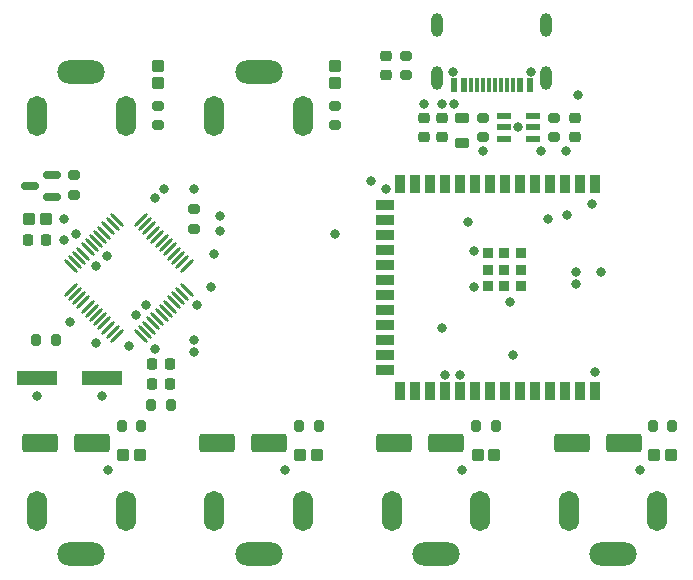
<source format=gts>
G04 #@! TF.GenerationSoftware,KiCad,Pcbnew,7.0.2*
G04 #@! TF.CreationDate,2024-02-24T12:26:05+01:00*
G04 #@! TF.ProjectId,dsp_board,6473705f-626f-4617-9264-2e6b69636164,rev?*
G04 #@! TF.SameCoordinates,Original*
G04 #@! TF.FileFunction,Soldermask,Top*
G04 #@! TF.FilePolarity,Negative*
%FSLAX46Y46*%
G04 Gerber Fmt 4.6, Leading zero omitted, Abs format (unit mm)*
G04 Created by KiCad (PCBNEW 7.0.2) date 2024-02-24 12:26:05*
%MOMM*%
%LPD*%
G01*
G04 APERTURE LIST*
G04 Aperture macros list*
%AMRoundRect*
0 Rectangle with rounded corners*
0 $1 Rounding radius*
0 $2 $3 $4 $5 $6 $7 $8 $9 X,Y pos of 4 corners*
0 Add a 4 corners polygon primitive as box body*
4,1,4,$2,$3,$4,$5,$6,$7,$8,$9,$2,$3,0*
0 Add four circle primitives for the rounded corners*
1,1,$1+$1,$2,$3*
1,1,$1+$1,$4,$5*
1,1,$1+$1,$6,$7*
1,1,$1+$1,$8,$9*
0 Add four rect primitives between the rounded corners*
20,1,$1+$1,$2,$3,$4,$5,0*
20,1,$1+$1,$4,$5,$6,$7,0*
20,1,$1+$1,$6,$7,$8,$9,0*
20,1,$1+$1,$8,$9,$2,$3,0*%
%AMHorizOval*
0 Thick line with rounded ends*
0 $1 width*
0 $2 $3 position (X,Y) of the first rounded end (center of the circle)*
0 $4 $5 position (X,Y) of the second rounded end (center of the circle)*
0 Add line between two ends*
20,1,$1,$2,$3,$4,$5,0*
0 Add two circle primitives to create the rounded ends*
1,1,$1,$2,$3*
1,1,$1,$4,$5*%
G04 Aperture macros list end*
%ADD10RoundRect,0.218750X-0.381250X0.218750X-0.381250X-0.218750X0.381250X-0.218750X0.381250X0.218750X0*%
%ADD11RoundRect,0.200000X-0.200000X-0.275000X0.200000X-0.275000X0.200000X0.275000X-0.200000X0.275000X0*%
%ADD12O,4.000000X2.000000*%
%ADD13O,1.700000X3.400000*%
%ADD14RoundRect,0.225000X0.225000X0.250000X-0.225000X0.250000X-0.225000X-0.250000X0.225000X-0.250000X0*%
%ADD15R,3.500000X1.200000*%
%ADD16RoundRect,0.250000X0.275000X-0.287500X0.275000X0.287500X-0.275000X0.287500X-0.275000X-0.287500X0*%
%ADD17RoundRect,0.200000X0.275000X-0.200000X0.275000X0.200000X-0.275000X0.200000X-0.275000X-0.200000X0*%
%ADD18RoundRect,0.200000X-0.275000X0.200000X-0.275000X-0.200000X0.275000X-0.200000X0.275000X0.200000X0*%
%ADD19RoundRect,0.250000X-1.250000X-0.550000X1.250000X-0.550000X1.250000X0.550000X-1.250000X0.550000X0*%
%ADD20RoundRect,0.250000X0.287500X0.275000X-0.287500X0.275000X-0.287500X-0.275000X0.287500X-0.275000X0*%
%ADD21RoundRect,0.225000X-0.250000X0.225000X-0.250000X-0.225000X0.250000X-0.225000X0.250000X0.225000X0*%
%ADD22RoundRect,0.225000X0.250000X-0.225000X0.250000X0.225000X-0.250000X0.225000X-0.250000X-0.225000X0*%
%ADD23RoundRect,0.040600X0.564400X0.249400X-0.564400X0.249400X-0.564400X-0.249400X0.564400X-0.249400X0*%
%ADD24R,0.900000X1.500000*%
%ADD25R,1.500000X0.900000*%
%ADD26R,0.900000X0.900000*%
%ADD27RoundRect,0.200000X0.200000X0.275000X-0.200000X0.275000X-0.200000X-0.275000X0.200000X-0.275000X0*%
%ADD28RoundRect,0.250000X-0.287500X-0.275000X0.287500X-0.275000X0.287500X0.275000X-0.287500X0.275000X0*%
%ADD29HorizOval,0.280000X-0.452548X-0.452548X0.452548X0.452548X0*%
%ADD30HorizOval,0.280000X-0.452548X0.452548X0.452548X-0.452548X0*%
%ADD31C,0.800000*%
%ADD32R,0.600000X1.250000*%
%ADD33R,0.300000X1.250000*%
%ADD34O,1.000000X2.000000*%
%ADD35RoundRect,0.150000X0.587500X0.150000X-0.587500X0.150000X-0.587500X-0.150000X0.587500X-0.150000X0*%
%ADD36RoundRect,0.218750X0.256250X-0.218750X0.256250X0.218750X-0.256250X0.218750X-0.256250X-0.218750X0*%
G04 APERTURE END LIST*
D10*
X72250000Y-98437500D03*
X72250000Y-100562500D03*
D11*
X36175000Y-117250000D03*
X37825000Y-117250000D03*
D12*
X70000000Y-135400000D03*
D13*
X66250000Y-131700000D03*
X73750000Y-131700000D03*
D14*
X47525000Y-121000000D03*
X45975000Y-121000000D03*
D15*
X36250000Y-120500000D03*
X41750000Y-120500000D03*
D16*
X46500000Y-95462500D03*
X46500000Y-94037500D03*
D17*
X49500000Y-107825000D03*
X49500000Y-106175000D03*
D12*
X40000000Y-135400000D03*
D13*
X36250000Y-131700000D03*
X43750000Y-131700000D03*
D18*
X80000000Y-98425000D03*
X80000000Y-100075000D03*
D17*
X61500000Y-99075000D03*
X61500000Y-97425000D03*
D14*
X47525000Y-119250000D03*
X45975000Y-119250000D03*
D12*
X55000000Y-94600000D03*
D13*
X58750000Y-98300000D03*
X51250000Y-98300000D03*
D12*
X40000000Y-94600000D03*
D13*
X43750000Y-98300000D03*
X36250000Y-98300000D03*
D19*
X36500000Y-126000000D03*
X40900000Y-126000000D03*
D20*
X74962500Y-127000000D03*
X73537500Y-127000000D03*
D18*
X74000000Y-98425000D03*
X74000000Y-100075000D03*
D17*
X67500000Y-94825000D03*
X67500000Y-93175000D03*
D20*
X89887500Y-127000000D03*
X88462500Y-127000000D03*
D12*
X85000000Y-135400000D03*
D13*
X81250000Y-131700000D03*
X88750000Y-131700000D03*
D17*
X46500000Y-99075000D03*
X46500000Y-97425000D03*
D21*
X81750000Y-98475000D03*
X81750000Y-100025000D03*
D22*
X69000000Y-100025000D03*
X69000000Y-98475000D03*
D20*
X44962500Y-127000000D03*
X43537500Y-127000000D03*
X59962500Y-127000000D03*
X58537500Y-127000000D03*
D12*
X55000000Y-135400000D03*
D13*
X51250000Y-131700000D03*
X58750000Y-131700000D03*
D19*
X81500000Y-126000000D03*
X85900000Y-126000000D03*
D14*
X37025000Y-108750000D03*
X35475000Y-108750000D03*
D19*
X66500000Y-126000000D03*
X70900000Y-126000000D03*
D11*
X45900000Y-122750000D03*
X47550000Y-122750000D03*
D23*
X78255000Y-100200000D03*
X78255000Y-99250000D03*
X78255000Y-98300000D03*
X75745000Y-98300000D03*
X75745000Y-99250000D03*
X75745000Y-100200000D03*
D24*
X83500000Y-104069500D03*
X82230000Y-104069500D03*
X80960000Y-104069500D03*
X79690000Y-104069500D03*
X78420000Y-104069500D03*
X77150000Y-104069500D03*
X75880000Y-104069500D03*
X74610000Y-104069500D03*
X73340000Y-104069500D03*
X72070000Y-104069500D03*
X70800000Y-104069500D03*
X69530000Y-104069500D03*
X68260000Y-104069500D03*
X66990000Y-104069500D03*
D25*
X65740000Y-105834500D03*
X65740000Y-107104500D03*
X65740000Y-108374500D03*
X65740000Y-109644500D03*
X65740000Y-110914500D03*
X65740000Y-112184500D03*
X65740000Y-113454500D03*
X65740000Y-114724500D03*
X65740000Y-115994500D03*
X65740000Y-117264500D03*
X65740000Y-118534500D03*
X65740000Y-119804500D03*
D24*
X66990000Y-121569500D03*
X68260000Y-121569500D03*
X69530000Y-121569500D03*
X70800000Y-121569500D03*
X72070000Y-121569500D03*
X73340000Y-121569500D03*
X74610000Y-121569500D03*
X75880000Y-121569500D03*
X77150000Y-121569500D03*
X78420000Y-121569500D03*
X79690000Y-121569500D03*
X80960000Y-121569500D03*
X82230000Y-121569500D03*
X83500000Y-121569500D03*
D26*
X75780000Y-111319500D03*
X75780000Y-109919500D03*
X75780000Y-112719500D03*
X74380000Y-109919500D03*
X74380000Y-111319500D03*
X74380000Y-112719500D03*
X77180000Y-109919500D03*
X77180000Y-111319500D03*
X77180000Y-112719500D03*
D27*
X90000000Y-124500000D03*
X88350000Y-124500000D03*
D28*
X35537500Y-107000000D03*
X36962500Y-107000000D03*
D27*
X45075000Y-124500000D03*
X43425000Y-124500000D03*
D19*
X51500000Y-126000000D03*
X55900000Y-126000000D03*
D29*
X48900250Y-110988837D03*
X48546697Y-110635284D03*
X48193143Y-110281731D03*
X47839590Y-109928177D03*
X47486036Y-109574624D03*
X47132483Y-109221070D03*
X46778930Y-108867517D03*
X46425376Y-108513964D03*
X46071823Y-108160410D03*
X45718269Y-107806857D03*
X45364716Y-107453303D03*
X45011163Y-107099750D03*
D30*
X42988837Y-107099750D03*
X42635284Y-107453303D03*
X42281731Y-107806857D03*
X41928177Y-108160410D03*
X41574624Y-108513964D03*
X41221070Y-108867517D03*
X40867517Y-109221070D03*
X40513964Y-109574624D03*
X40160410Y-109928177D03*
X39806857Y-110281731D03*
X39453303Y-110635284D03*
X39099750Y-110988837D03*
D29*
X39099750Y-113011163D03*
X39453303Y-113364716D03*
X39806857Y-113718269D03*
X40160410Y-114071823D03*
X40513964Y-114425376D03*
X40867517Y-114778930D03*
X41221070Y-115132483D03*
X41574624Y-115486036D03*
X41928177Y-115839590D03*
X42281731Y-116193143D03*
X42635284Y-116546697D03*
X42988837Y-116900250D03*
D30*
X45011163Y-116900250D03*
X45364716Y-116546697D03*
X45718269Y-116193143D03*
X46071823Y-115839590D03*
X46425376Y-115486036D03*
X46778930Y-115132483D03*
X47132483Y-114778930D03*
X47486036Y-114425376D03*
X47839590Y-114071823D03*
X48193143Y-113718269D03*
X48546697Y-113364716D03*
X48900250Y-113011163D03*
D27*
X75075000Y-124500000D03*
X73425000Y-124500000D03*
D16*
X61500000Y-95462500D03*
X61500000Y-94037500D03*
D31*
X78050000Y-94540000D03*
X71450000Y-94540000D03*
D32*
X77950000Y-95675000D03*
X77150000Y-95675000D03*
D33*
X76000000Y-95675000D03*
X75000000Y-95675000D03*
X74500000Y-95675000D03*
X73500000Y-95675000D03*
D32*
X71550000Y-95675000D03*
X72350000Y-95675000D03*
D33*
X73000000Y-95675000D03*
X74000000Y-95675000D03*
X75500000Y-95675000D03*
X76500000Y-95675000D03*
D34*
X79360000Y-90600000D03*
X70140000Y-90600000D03*
X79360000Y-95100000D03*
X70140000Y-95100000D03*
D22*
X70500000Y-100025000D03*
X70500000Y-98475000D03*
D27*
X60075000Y-124500000D03*
X58425000Y-124500000D03*
D18*
X39375000Y-103300000D03*
X39375000Y-104950000D03*
D35*
X37500000Y-105150000D03*
X37500000Y-103250000D03*
X35625000Y-104200000D03*
D36*
X65750000Y-94787500D03*
X65750000Y-93212500D03*
D31*
X42125353Y-110125353D03*
X44637563Y-115112437D03*
X76250000Y-114000000D03*
X70500000Y-116250000D03*
X81125000Y-106625000D03*
X72750000Y-107250000D03*
X65750000Y-104500000D03*
X61500000Y-108250000D03*
X51000000Y-112750000D03*
X41750000Y-122000000D03*
X49750000Y-114250000D03*
X45500000Y-114250000D03*
X36250000Y-122000000D03*
X81880000Y-111519500D03*
X81867452Y-112531551D03*
X79500000Y-107000000D03*
X76500000Y-118500000D03*
X51750000Y-106750000D03*
X38500000Y-108750000D03*
X51750000Y-108000000D03*
X39500000Y-108250000D03*
X70800000Y-120175000D03*
X72075000Y-120175000D03*
X49500000Y-118250000D03*
X64500000Y-103750000D03*
X81000000Y-101250000D03*
X41250000Y-111000000D03*
X83500000Y-120000000D03*
X47000000Y-104500000D03*
X87250000Y-128250000D03*
X42250000Y-128250000D03*
X71500000Y-97250000D03*
X78907635Y-101246731D03*
X74000000Y-101250000D03*
X77000000Y-99250000D03*
X46250000Y-105250000D03*
X38500000Y-107000000D03*
X69000000Y-97250000D03*
X83250000Y-105750000D03*
X73250000Y-109750000D03*
X84000000Y-111500000D03*
X72250000Y-128250000D03*
X49500000Y-104500000D03*
X70500000Y-97250000D03*
X57250000Y-128250000D03*
X41250000Y-117500000D03*
X44000000Y-117750000D03*
X82000000Y-96500000D03*
X46250000Y-118000000D03*
X51250000Y-110000000D03*
X39000000Y-115750000D03*
X49500000Y-117250000D03*
X73250000Y-112750000D03*
M02*

</source>
